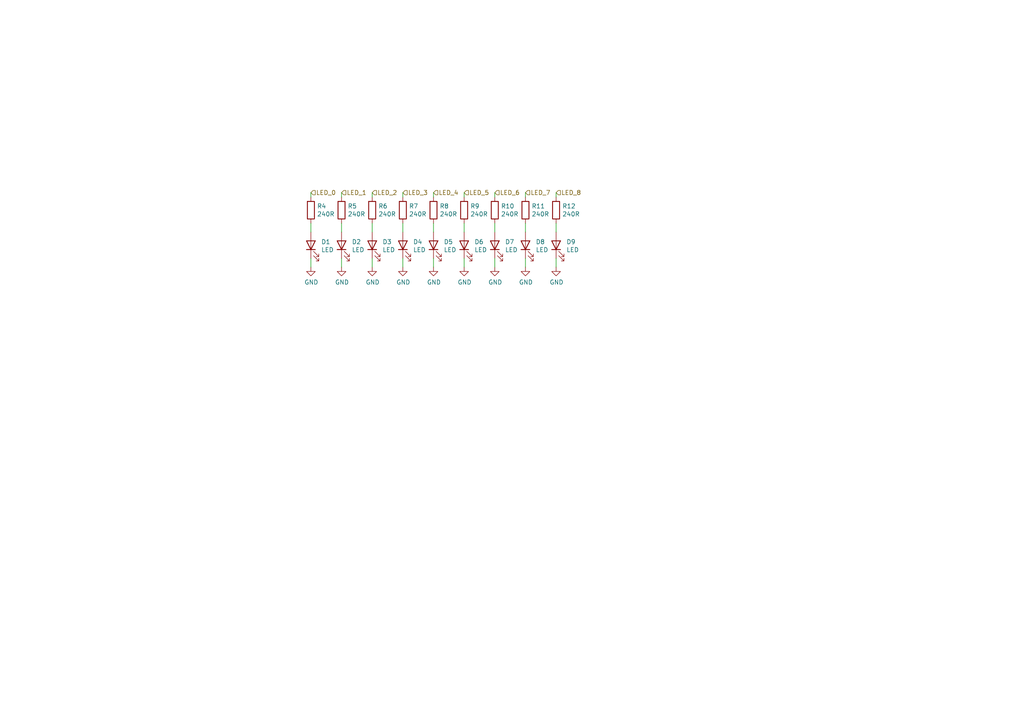
<source format=kicad_sch>
(kicad_sch (version 20201015) (generator eeschema)
  (paper "A4")
  (lib_symbols
    (symbol "Device:LED" (pin_numbers hide) (pin_names (offset 1.016) hide)
      (property "Reference" "D" (at 0 2.54 0))
      (property "Value" "LED" (at 0 -2.54 0))
      (symbol "LED_0_1"
        (polyline (pts (xy -1.27 -1.27) (xy -1.27 1.27)) (stroke (width 0.254)))
        (polyline (pts (xy -1.27 0) (xy 1.27 0)))
        (polyline (pts (xy 1.27 -1.27) (xy 1.27 1.27) (xy -1.27 0) (xy 1.27 -1.27)) (stroke (width 0.254)))
        (polyline (pts (xy -3.048 -0.762) (xy -4.572 -2.286) (xy -3.81 -2.286) (xy -4.572 -2.286) (xy -4.572 -1.524)))
        (polyline (pts (xy -1.778 -0.762) (xy -3.302 -2.286) (xy -2.54 -2.286) (xy -3.302 -2.286) (xy -3.302 -1.524)))
      )
      (symbol "LED_1_1"
        (pin passive line (at -3.81 0 0) (length 2.54) (name "K") (number "1"))
        (pin passive line (at 3.81 0 180) (length 2.54) (name "A") (number "2"))
      )
    )
    (symbol "Device:R" (pin_numbers hide) (pin_names (offset 0))
      (property "Reference" "R" (at 2.032 0 90))
      (property "Value" "R" (at 0 0 90))
      (symbol "R_0_1"
        (rectangle (start -1.016 -2.54) (end 1.016 2.54) (stroke (width 0.254)))
      )
      (symbol "R_1_1"
        (pin passive line (at 0 3.81 270) (length 1.27) (name "~") (number "1"))
        (pin passive line (at 0 -3.81 90) (length 1.27) (name "~") (number "2"))
      )
    )
    (symbol "power:GND" (power) (pin_names (offset 0))
      (property "Value" "GND" (at 0 -3.81 0))
      (symbol "GND_0_1"
        (polyline (pts (xy 0 0) (xy 0 -1.27) (xy 1.27 -1.27) (xy 0 -2.54) (xy -1.27 -1.27) (xy 0 -1.27)))
      )
      (symbol "GND_1_1"
        (pin power_in line (at 0 0 270) (length 0) hide (name "GND") (number "1"))
      )
    )
  )
  (wire (pts (xy 90.17 57.15) (xy 90.17 55.88)))
  (wire (pts (xy 90.17 67.31) (xy 90.17 64.77)))
  (wire (pts (xy 90.17 74.93) (xy 90.17 77.47)))
  (wire (pts (xy 99.06 57.15) (xy 99.06 55.88)))
  (wire (pts (xy 99.06 67.31) (xy 99.06 64.77)))
  (wire (pts (xy 99.06 74.93) (xy 99.06 77.47)))
  (wire (pts (xy 107.95 57.15) (xy 107.95 55.88)))
  (wire (pts (xy 107.95 67.31) (xy 107.95 64.77)))
  (wire (pts (xy 107.95 74.93) (xy 107.95 77.47)))
  (wire (pts (xy 116.84 57.15) (xy 116.84 55.88)))
  (wire (pts (xy 116.84 67.31) (xy 116.84 64.77)))
  (wire (pts (xy 116.84 74.93) (xy 116.84 77.47)))
  (wire (pts (xy 125.73 57.15) (xy 125.73 55.88)))
  (wire (pts (xy 125.73 67.31) (xy 125.73 64.77)))
  (wire (pts (xy 125.73 74.93) (xy 125.73 77.47)))
  (wire (pts (xy 134.62 57.15) (xy 134.62 55.88)))
  (wire (pts (xy 134.62 67.31) (xy 134.62 64.77)))
  (wire (pts (xy 134.62 74.93) (xy 134.62 77.47)))
  (wire (pts (xy 143.51 57.15) (xy 143.51 55.88)))
  (wire (pts (xy 143.51 67.31) (xy 143.51 64.77)))
  (wire (pts (xy 143.51 74.93) (xy 143.51 77.47)))
  (wire (pts (xy 152.4 57.15) (xy 152.4 55.88)))
  (wire (pts (xy 152.4 67.31) (xy 152.4 64.77)))
  (wire (pts (xy 152.4 74.93) (xy 152.4 77.47)))
  (wire (pts (xy 161.29 57.15) (xy 161.29 55.88)))
  (wire (pts (xy 161.29 67.31) (xy 161.29 64.77)))
  (wire (pts (xy 161.29 74.93) (xy 161.29 77.47)))
  (hierarchical_label "LED_0" (shape input) (at 90.17 55.88 0))
  (hierarchical_label "LED_1" (shape input) (at 99.06 55.88 0))
  (hierarchical_label "LED_2" (shape input) (at 107.95 55.88 0))
  (hierarchical_label "LED_3" (shape input) (at 116.84 55.88 0))
  (hierarchical_label "LED_4" (shape input) (at 125.73 55.88 0))
  (hierarchical_label "LED_5" (shape input) (at 134.62 55.88 0))
  (hierarchical_label "LED_6" (shape input) (at 143.51 55.88 0))
  (hierarchical_label "LED_7" (shape input) (at 152.4 55.88 0))
  (hierarchical_label "LED_8" (shape input) (at 161.29 55.88 0))
  (symbol (lib_id "power:GND") (at 90.17 77.47 0) (unit 1)
    (property "Reference" "#PWR016" (effects hide))
    (property "Value" "GND" (at 90.297 81.8642 0))
  )
  (symbol (lib_id "power:GND") (at 99.06 77.47 0) (unit 1)
    (property "Reference" "#PWR017" (effects hide))
    (property "Value" "GND" (at 99.187 81.8642 0))
  )
  (symbol (lib_id "power:GND") (at 107.95 77.47 0) (unit 1)
    (property "Reference" "#PWR018" (effects hide))
    (property "Value" "GND" (at 108.077 81.8642 0))
  )
  (symbol (lib_id "power:GND") (at 116.84 77.47 0) (unit 1)
    (property "Reference" "#PWR019" (effects hide))
    (property "Value" "GND" (at 116.967 81.8642 0))
  )
  (symbol (lib_id "power:GND") (at 125.73 77.47 0) (unit 1)
    (property "Reference" "#PWR020" (effects hide))
    (property "Value" "GND" (at 125.857 81.8642 0))
  )
  (symbol (lib_id "power:GND") (at 134.62 77.47 0) (unit 1)
    (property "Reference" "#PWR021" (effects hide))
    (property "Value" "GND" (at 134.747 81.8642 0))
  )
  (symbol (lib_id "power:GND") (at 143.51 77.47 0) (unit 1)
    (property "Reference" "#PWR022" (effects hide))
    (property "Value" "GND" (at 143.637 81.8642 0))
  )
  (symbol (lib_id "power:GND") (at 152.4 77.47 0) (unit 1)
    (property "Reference" "#PWR023" (effects hide))
    (property "Value" "GND" (at 152.527 81.8642 0))
  )
  (symbol (lib_id "power:GND") (at 161.29 77.47 0) (unit 1)
    (property "Reference" "#PWR024" (effects hide))
    (property "Value" "GND" (at 161.417 81.8642 0))
  )
  (symbol (lib_id "Device:R") (at 90.17 60.96 0) (unit 1)
    (property "Reference" "R4" (at 91.948 59.7916 0) (effects (justify left)))
    (property "Value" "240R" (at 91.948 62.103 0) (effects (justify left)))
    (property "Footprint" "Resistor_SMD:R_0603_1608Metric" (effects hide))
  )
  (symbol (lib_id "Device:R") (at 99.06 60.96 0) (unit 1)
    (property "Reference" "R5" (at 100.838 59.7916 0) (effects (justify left)))
    (property "Value" "240R" (at 100.838 62.103 0) (effects (justify left)))
    (property "Footprint" "Resistor_SMD:R_0603_1608Metric" (effects hide))
  )
  (symbol (lib_id "Device:R") (at 107.95 60.96 0) (unit 1)
    (property "Reference" "R6" (at 109.728 59.7916 0) (effects (justify left)))
    (property "Value" "240R" (at 109.728 62.103 0) (effects (justify left)))
    (property "Footprint" "Resistor_SMD:R_0603_1608Metric" (effects hide))
  )
  (symbol (lib_id "Device:R") (at 116.84 60.96 0) (unit 1)
    (property "Reference" "R7" (at 118.618 59.7916 0) (effects (justify left)))
    (property "Value" "240R" (at 118.618 62.103 0) (effects (justify left)))
    (property "Footprint" "Resistor_SMD:R_0603_1608Metric" (effects hide))
  )
  (symbol (lib_id "Device:R") (at 125.73 60.96 0) (unit 1)
    (property "Reference" "R8" (at 127.508 59.7916 0) (effects (justify left)))
    (property "Value" "240R" (at 127.508 62.103 0) (effects (justify left)))
    (property "Footprint" "Resistor_SMD:R_0603_1608Metric" (effects hide))
  )
  (symbol (lib_id "Device:R") (at 134.62 60.96 0) (unit 1)
    (property "Reference" "R9" (at 136.398 59.7916 0) (effects (justify left)))
    (property "Value" "240R" (at 136.398 62.103 0) (effects (justify left)))
    (property "Footprint" "Resistor_SMD:R_0603_1608Metric" (effects hide))
  )
  (symbol (lib_id "Device:R") (at 143.51 60.96 0) (unit 1)
    (property "Reference" "R10" (at 145.288 59.7916 0) (effects (justify left)))
    (property "Value" "240R" (at 145.288 62.103 0) (effects (justify left)))
    (property "Footprint" "Resistor_SMD:R_0603_1608Metric" (effects hide))
  )
  (symbol (lib_id "Device:R") (at 152.4 60.96 0) (unit 1)
    (property "Reference" "R11" (at 154.178 59.7916 0) (effects (justify left)))
    (property "Value" "240R" (at 154.178 62.103 0) (effects (justify left)))
    (property "Footprint" "Resistor_SMD:R_0603_1608Metric" (effects hide))
  )
  (symbol (lib_id "Device:R") (at 161.29 60.96 0) (unit 1)
    (property "Reference" "R12" (at 163.068 59.7916 0) (effects (justify left)))
    (property "Value" "240R" (at 163.068 62.103 0) (effects (justify left)))
    (property "Footprint" "Resistor_SMD:R_0603_1608Metric" (effects hide))
  )
  (symbol (lib_id "Device:LED") (at 90.17 71.12 90) (unit 1)
    (property "Reference" "D1" (at 93.1418 70.1548 90) (effects (justify right)))
    (property "Value" "LED" (at 93.1418 72.4662 90) (effects (justify right)))
    (property "Footprint" "LED_SMD:LED_0603_1608Metric" (effects hide))
  )
  (symbol (lib_id "Device:LED") (at 99.06 71.12 90) (unit 1)
    (property "Reference" "D2" (at 102.0318 70.1548 90) (effects (justify right)))
    (property "Value" "LED" (at 102.0318 72.4662 90) (effects (justify right)))
    (property "Footprint" "LED_SMD:LED_0603_1608Metric" (effects hide))
  )
  (symbol (lib_id "Device:LED") (at 107.95 71.12 90) (unit 1)
    (property "Reference" "D3" (at 110.9218 70.1548 90) (effects (justify right)))
    (property "Value" "LED" (at 110.9218 72.4662 90) (effects (justify right)))
    (property "Footprint" "LED_SMD:LED_0603_1608Metric" (effects hide))
  )
  (symbol (lib_id "Device:LED") (at 116.84 71.12 90) (unit 1)
    (property "Reference" "D4" (at 119.8118 70.1548 90) (effects (justify right)))
    (property "Value" "LED" (at 119.8118 72.4662 90) (effects (justify right)))
    (property "Footprint" "LED_SMD:LED_0603_1608Metric" (effects hide))
  )
  (symbol (lib_id "Device:LED") (at 125.73 71.12 90) (unit 1)
    (property "Reference" "D5" (at 128.7018 70.1548 90) (effects (justify right)))
    (property "Value" "LED" (at 128.7018 72.4662 90) (effects (justify right)))
    (property "Footprint" "LED_SMD:LED_0603_1608Metric" (effects hide))
  )
  (symbol (lib_id "Device:LED") (at 134.62 71.12 90) (unit 1)
    (property "Reference" "D6" (at 137.5918 70.1548 90) (effects (justify right)))
    (property "Value" "LED" (at 137.5918 72.4662 90) (effects (justify right)))
    (property "Footprint" "LED_SMD:LED_0603_1608Metric" (effects hide))
  )
  (symbol (lib_id "Device:LED") (at 143.51 71.12 90) (unit 1)
    (property "Reference" "D7" (at 146.4818 70.1548 90) (effects (justify right)))
    (property "Value" "LED" (at 146.4818 72.4662 90) (effects (justify right)))
    (property "Footprint" "LED_SMD:LED_0603_1608Metric" (effects hide))
  )
  (symbol (lib_id "Device:LED") (at 152.4 71.12 90) (unit 1)
    (property "Reference" "D8" (at 155.3718 70.1548 90) (effects (justify right)))
    (property "Value" "LED" (at 155.3718 72.4662 90) (effects (justify right)))
    (property "Footprint" "LED_SMD:LED_0603_1608Metric" (effects hide))
  )
  (symbol (lib_id "Device:LED") (at 161.29 71.12 90) (unit 1)
    (property "Reference" "D9" (at 164.2618 70.1548 90) (effects (justify right)))
    (property "Value" "LED" (at 164.2618 72.4662 90) (effects (justify right)))
    (property "Footprint" "LED_SMD:LED_0603_1608Metric" (effects hide))
  )
)
</source>
